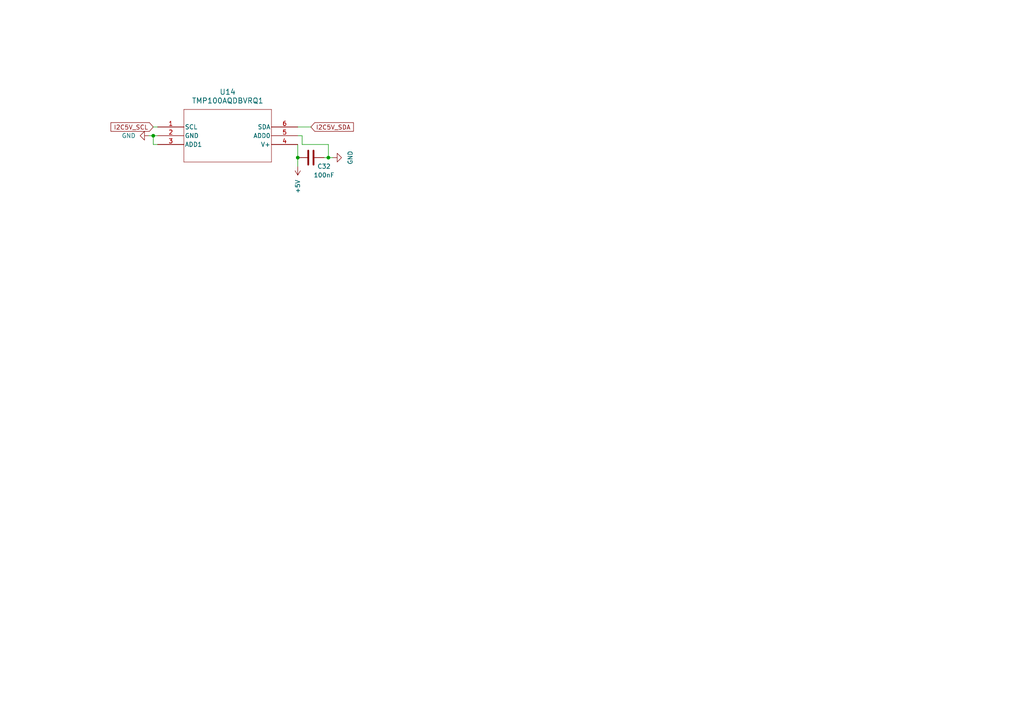
<source format=kicad_sch>
(kicad_sch (version 20230121) (generator eeschema)
  (paper "A4")
  (lib_symbols
    (symbol "0A_TMP100AQDBVRQ1:TMP100AQDBVRQ1" (pin_names (offset 0.254))
      (property "Reference" "U" (at 20.32 10.16 0))
      (property "Value" "TMP100AQDBVRQ1" (at 20.32 7.62 0))
      (symbol "TMP100AQDBVRQ1_0_1"
        (polyline (pts (xy 7.62 -10.16) (xy 33.02 -10.16)) (stroke (width 0.127)))
        (polyline (pts (xy 7.62 5.08) (xy 7.62 -10.16)) (stroke (width 0.127)))
        (polyline (pts (xy 33.02 -10.16) (xy 33.02 5.08)) (stroke (width 0.127)))
        (polyline (pts (xy 33.02 5.08) (xy 7.62 5.08)) (stroke (width 0.127)))
        (pin unspecified line (at 0 0 0) (length 7.62) (name "SCL") (number "1"))
        (pin power_in line (at 0 -2.54 0) (length 7.62) (name "GND") (number "2"))
        (pin unspecified line (at 0 -5.08 0) (length 7.62) (name "ADD1") (number "3"))
        (pin power_in line (at 40.64 -5.08 180) (length 7.62) (name "V+") (number "4"))
        (pin unspecified line (at 40.64 -2.54 180) (length 7.62) (name "ADD0") (number "5"))
        (pin unspecified line (at 40.64 0 180) (length 7.62) (name "SDA") (number "6"))
      )
    )
    (symbol "Device:C" (pin_numbers hide) (pin_names (offset 0.254))
      (property "Reference" "C" (at 0.635 2.54 0))
      (property "Value" "C" (at 0.635 -2.54 0))
      (symbol "C_0_1"
        (polyline (pts (xy -2.032 -0.762) (xy 2.032 -0.762)) (stroke (width 0.508)))
        (polyline (pts (xy -2.032 0.762) (xy 2.032 0.762)) (stroke (width 0.508)))
      )
      (symbol "C_1_1"
        (pin passive line (at 0 3.81 270) (length 2.794) (name "~") (number "1"))
        (pin passive line (at 0 -3.81 90) (length 2.794) (name "~") (number "2"))
      )
    )
    (symbol "power:+5V" (power) (pin_names (offset 0))
      (property "Value" "+5V" (at 0 3.556 0))
      (symbol "+5V_0_1"
        (polyline (pts (xy -0.762 1.27) (xy 0 2.54)))
        (polyline (pts (xy 0 0) (xy 0 2.54)))
        (polyline (pts (xy 0 2.54) (xy 0.762 1.27)))
      )
      (symbol "+5V_1_1"
        (pin power_in line (at 0 0 90) (length 0) hide (name "+5V") (number "1"))
      )
    )
    (symbol "power:GND" (power) (pin_names (offset 0))
      (property "Value" "GND" (at 0 -3.81 0))
      (symbol "GND_0_1"
        (polyline (pts (xy 0 0) (xy 0 -1.27) (xy 1.27 -1.27) (xy 0 -2.54) (xy -1.27 -1.27) (xy 0 -1.27)))
      )
      (symbol "GND_1_1"
        (pin power_in line (at 0 0 270) (length 0) hide (name "GND") (number "1"))
      )
    )
  )
  (junction (at 95.25 45.72))
  (junction (at 86.36 45.72))
  (junction (at 44.45 39.37))
  (wire (pts (xy 93.98 45.72) (xy 95.25 45.72)))
  (wire (pts (xy 44.45 39.37) (xy 45.72 39.37)))
  (wire (pts (xy 44.45 39.37) (xy 44.45 41.91)))
  (wire (pts (xy 95.25 41.91) (xy 95.25 45.72)))
  (wire (pts (xy 87.63 39.37) (xy 87.63 41.91)))
  (wire (pts (xy 95.25 45.72) (xy 96.52 45.72)))
  (wire (pts (xy 86.36 45.72) (xy 86.36 48.26)))
  (wire (pts (xy 86.36 41.91) (xy 86.36 45.72)))
  (wire (pts (xy 44.45 36.83) (xy 45.72 36.83)))
  (wire (pts (xy 87.63 41.91) (xy 95.25 41.91)))
  (wire (pts (xy 44.45 41.91) (xy 45.72 41.91)))
  (wire (pts (xy 86.36 39.37) (xy 87.63 39.37)))
  (wire (pts (xy 86.36 36.83) (xy 90.17 36.83)))
  (wire (pts (xy 43.18 39.37) (xy 44.45 39.37)))
  (global_label "I2C5V_SDA" (shape input) (at 90.17 36.83 0) (property "Intersheetrefs" "${INTERSHEET_REFS}" (effects hide)))
  (global_label "I2C5V_SCL" (shape input) (at 44.45 36.83 180) (property "Intersheetrefs" "${INTERSHEET_REFS}" (effects hide)))
  (symbol (lib_id "power:+5V") (at 86.36 48.26 180) (unit 1)
    (property "Reference" "#PWR076" (effects hide))
    (property "Value" "+5V" (at 86.36 52.07 90) (effects (justify left)))
  )
  (symbol (lib_id "power:GND") (at 43.18 39.37 270) (unit 1)
    (property "Reference" "#PWR075" (effects hide))
    (property "Value" "GND" (at 39.37 39.37 90) (effects (justify right)))
  )
  (symbol (lib_id "Device:C") (at 90.17 45.72 90) (unit 1)
    (property "Reference" "C32" (at 93.98 48.26 90))
    (property "Value" "100nF" (at 93.98 50.8 90))
    (property "Footprint" "Capacitor_SMD:C_0805_2012Metric" (effects hide))
  )
  (symbol (lib_id "0A_TMP100AQDBVRQ1:TMP100AQDBVRQ1") (at 45.72 36.83 0) (unit 1)
    (property "Reference" "U14" (at 66.04 26.67 0) (effects (font (size 1.524 1.524))))
    (property "Value" "TMP100AQDBVRQ1" (at 66.04 29.21 0) (effects (font (size 1.524 1.524))))
    (property "Footprint" "0A_TMP100AQDBVRQ1:DBV6_TEX" (effects hide))
    (property "Datasheet" "TMP100AQDBVRQ1" (effects hide))
  )
  (symbol (lib_id "power:GND") (at 96.52 45.72 90) (unit 1)
    (property "Reference" "#PWR077" (effects hide))
    (property "Value" "GND" (at 101.6 45.72 0))
  )
)
</source>
